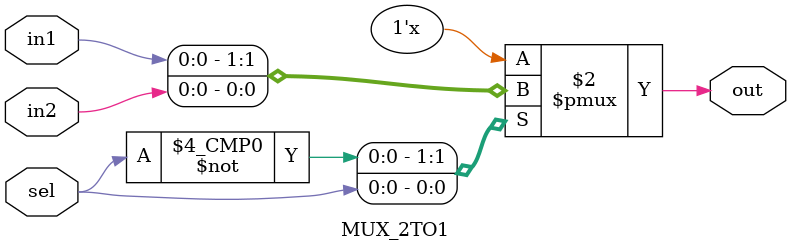
<source format=v>
`timescale 1ns / 1ps


module DFF(clk, rst, D, Q);
    input wire clk, rst, D;
    output reg Q;
    always @(posedge clk or posedge rst)
    begin
        if(rst)
            begin
                Q <= 1'b0;
            end
        else
            begin
                Q <= D;
            end
    end
endmodule

module MUX_2TO1 (in1, in2, sel, out);
 input in1, in2; 
 input sel;
 output reg out;
 always @(*)
    begin
        case (sel)
            1'b0: out = in1;
            1'b1: out = in2;
            default: out = 1'bx;
        endcase
    end
endmodule
</source>
